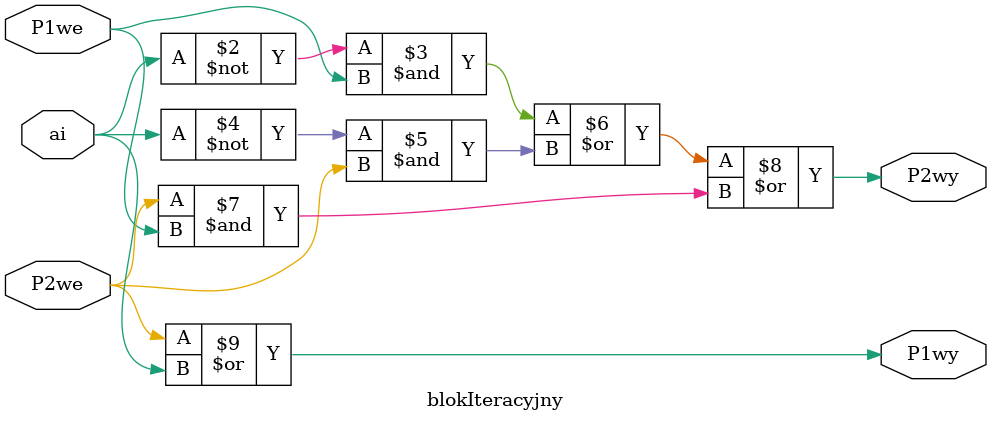
<source format=v>
`timescale 1ns / 1ps

module blokIteracyjny(
    input ai,
    input P2we,
    input P1we,
    output reg P2wy,
    output reg P1wy
  );

  always@ (ai or P2we or P1we)
  begin
    P2wy = (~ai & P1we) | (~ai & P2we) | (P2we & P1we);
    P1wy = P2we | ai;
  end
endmodule

</source>
